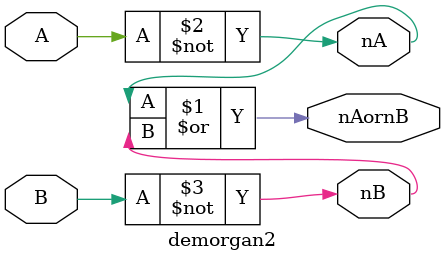
<source format=v>

module demorgan2
(
 input A,         // Single bit inputs
 input B,
 output nA,       // Output intermediate completed inputs
 output nB,
 output nAornB   // Single bit output, (~A) + (~B)
);

   wire nA;
   wire nB;
   not Ainv(nA, A); // Top inverter is named Ainv, takes signal A as input and produces signal nA
   not Binv(nB, B);
   or orgate(nAornB, nA, nB); // AND gate produces nAandnB from nA and nB

endmodule

</source>
